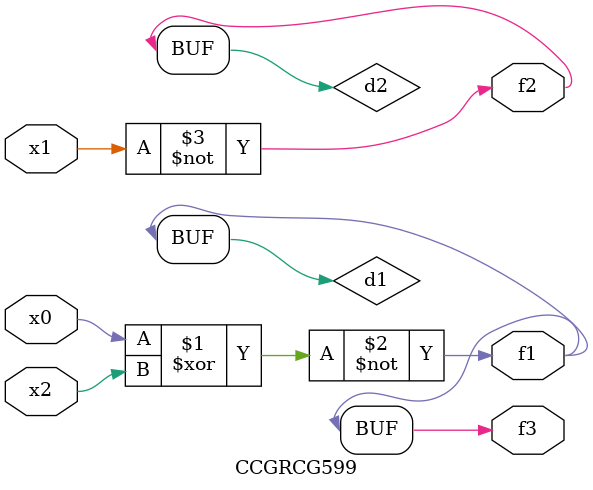
<source format=v>
module CCGRCG599(
	input x0, x1, x2,
	output f1, f2, f3
);

	wire d1, d2, d3;

	xnor (d1, x0, x2);
	nand (d2, x1);
	nor (d3, x1, x2);
	assign f1 = d1;
	assign f2 = d2;
	assign f3 = d1;
endmodule

</source>
